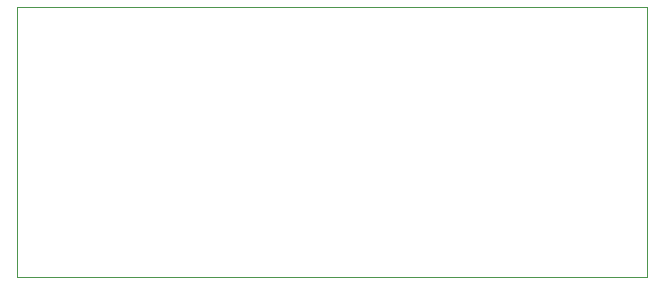
<source format=gbr>
G04 #@! TF.GenerationSoftware,KiCad,Pcbnew,5.1.6+dfsg1-1*
G04 #@! TF.CreationDate,2020-11-01T22:24:16+03:00*
G04 #@! TF.ProjectId,WhitePill,57686974-6550-4696-9c6c-2e6b69636164,rev?*
G04 #@! TF.SameCoordinates,Original*
G04 #@! TF.FileFunction,Profile,NP*
%FSLAX46Y46*%
G04 Gerber Fmt 4.6, Leading zero omitted, Abs format (unit mm)*
G04 Created by KiCad (PCBNEW 5.1.6+dfsg1-1) date 2020-11-01 22:24:16*
%MOMM*%
%LPD*%
G01*
G04 APERTURE LIST*
G04 #@! TA.AperFunction,Profile*
%ADD10C,0.120000*%
G04 #@! TD*
G04 APERTURE END LIST*
D10*
X153340000Y-88570000D02*
X153340000Y-111430000D01*
X100000000Y-88570000D02*
X153340000Y-88570000D01*
X100000000Y-111430000D02*
X153340000Y-111430000D01*
X100000000Y-111430000D02*
X100000000Y-88570000D01*
M02*

</source>
